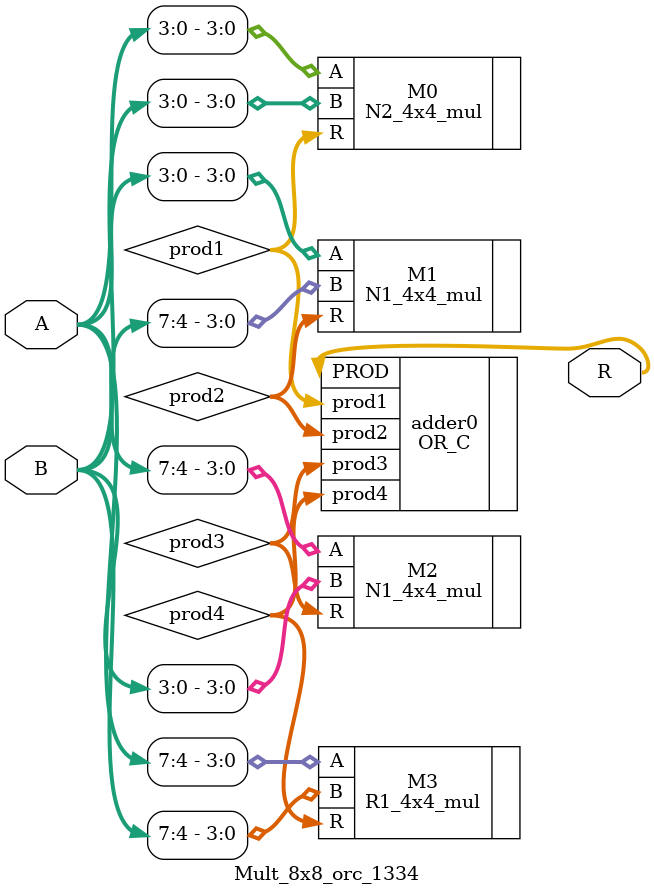
<source format=v>
module Mult_8x8_orc_1334(
input [7:0] A,
input [7:0] B,
output [15:0]R
);
wire [7:0]prod1;
wire [7:0]prod2;
wire [7:0]prod3;
wire [7:0]prod4;

N2_4x4_mul M0(.A(A[3:0]),.B(B[3:0]),.R(prod1));
N1_4x4_mul M1(.A(A[3:0]),.B(B[7:4]),.R(prod2));
N1_4x4_mul M2(.A(A[7:4]),.B(B[3:0]),.R(prod3));
R1_4x4_mul M3(.A(A[7:4]),.B(B[7:4]),.R(prod4));
OR_C adder0(.prod1(prod1),.prod2(prod2),.prod3(prod3),.prod4(prod4),.PROD(R));
endmodule

</source>
